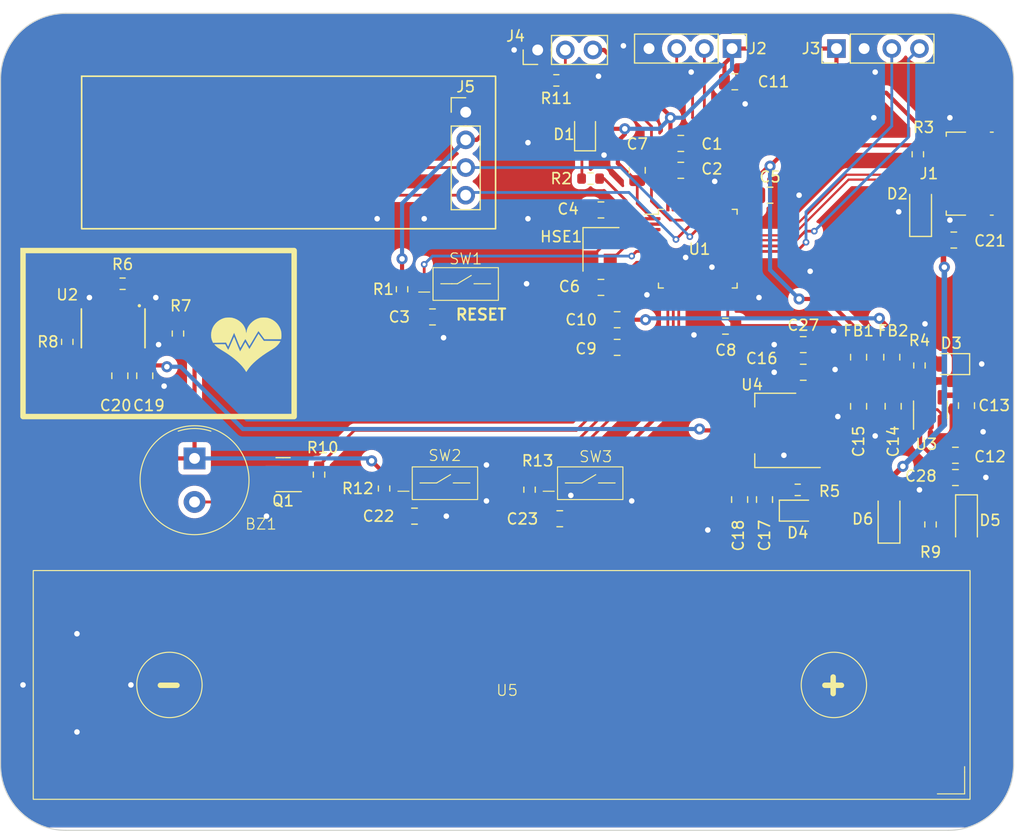
<source format=kicad_pcb>
(kicad_pcb (version 20221018) (generator pcbnew)
  (layers (0 "F.Cu" signal) (31 "B.Cu" signal) (34 "B.Paste" user) (35 "F.Paste" user) (36 "B.SilkS" user "B.Silkscreen") (37 "F.SilkS" user "F.Silkscreen") (38 "B.Mask" user) (39 "F.Mask" user) (44 "Edge.Cuts" user))
  (net 0 "")
  (net 1 "VCC")
  (net 2 "Net-(BZ1-+)")
  (net 3 "GND")
  (net 4 "/MCU/NRST")
  (net 5 "/MCU/HSE_IN")
  (net 6 "/MCU/HSE_OUT")
  (net 7 "VDDA")
  (net 8 "Net-(D5-K)")
  (net 9 "Net-(U3-BP)")
  (net 10 "+1V8")
  (net 11 "+5V")
  (net 12 "Net-(D1-K)")
  (net 13 "Net-(D2-A)")
  (net 14 "Net-(D3-A)")
  (net 15 "Net-(D4-A)")
  (net 16 "Net-(D5-A)")
  (net 17 "/MCU/USB-")
  (net 18 "/MCU/USB+")
  (net 20 "/MCU/SWDIO")
  (net 21 "/MCU/SWCLK")
  (net 22 "/MCU/RX")
  (net 23 "/MCU/TX")
  (net 24 "Net-(Q1-B)")
  (net 25 "/MCU/DEBUG_LED")
  (net 26 "/MCU/BT_1")
  (net 27 "/MCU/BT_2")
  (net 28 "Net-(U2-~{INT})")
  (net 29 "/MCU/BUZZER_EN")
  (net 51 "Net-(J4-Pin_2)")
  (net 52 "SCL")
  (net 53 "/MCU/BOOT0")
  (net 56 "SDA")
  (net 59 "Net-(U3-VOUT)")
  (footprint "Resistor_SMD:R_0603_1608Metric" (layer "F.Cu") (at 167.1665 90.17 180)
    (fp_text reference "R2")
    (fp_text value "150R")
  )
  (footprint "usini_sensors:logo_heartrate" (layer "F.Cu") (at 135.509 105.41)
    (fp_text reference "G***" hide)
    (fp_text value "LOGO" hide)
  )
  (footprint "Capacitor_SMD:C_0805_2012Metric" (layer "F.Cu") (at 151.003 121.158)
    (fp_text reference "C22")
    (fp_text value "100nF")
  )
  (footprint "Package_TO_SOT_SMD:SOT-223-3_TabPin2" (layer "F.Cu") (at 184.15 113.284 180)
    (fp_text reference "U4")
    (fp_text value "AMS1117-1.8")
  )
  (footprint "Resistor_SMD:R_0603_1608Metric" (layer "F.Cu") (at 161.565 118.728 -90)
    (fp_text reference "R13")
    (fp_text value "1k")
  )
  (footprint "Resistor_SMD:R_0603_1608Metric" (layer "F.Cu") (at 119.126 105.156 -90)
    (fp_text reference "R8")
    (fp_text value "1K")
  )
  (footprint "Diode_SMD:D_SOD-123F" (layer "F.Cu") (at 201.676 121.412 -90)
    (fp_text reference "D5")
    (fp_text value "1N4007")
  )
  (footprint "Capacitor_SMD:C_0805_2012Metric" (layer "F.Cu") (at 183.642 91.694)
    (fp_text reference "C5")
    (fp_text value "100nF")
  )
  (footprint "Capacitor_SMD:C_0805_2012Metric" (layer "F.Cu") (at 169.606 103.124 180)
    (fp_text reference "C10")
    (fp_text value "1uF")
  )
  (footprint "Capacitor_SMD:C_0805_2012Metric" (layer "F.Cu") (at 168.1195 100.159 180)
    (fp_text reference "C6")
    (fp_text value "15pF")
  )
  (footprint "Capacitor_SMD:C_0805_2012Metric" (layer "F.Cu") (at 186.69 105.41 180)
    (fp_text reference "C27")
    (fp_text value "10uF")
  )
  (footprint "Capacitor_SMD:C_0805_2012Metric" (layer "F.Cu") (at 191.77 106.564 -90)
    (fp_text reference "FB1")
    (fp_text value "0805")
  )
  (footprint "Resistor_SMD:R_0603_1608Metric" (layer "F.Cu") (at 186.182 118.745)
    (fp_text reference "R5")
    (fp_text value "1k")
  )
  (footprint "Capacitor_SMD:C_0805_2012Metric" (layer "F.Cu") (at 180.406 81.28)
    (fp_text reference "C11")
    (fp_text value "100nF")
  )
  (footprint "Capacitor_SMD:C_0805_2012Metric" (layer "F.Cu") (at 191.77 111.075001 -90)
    (fp_text reference "C15")
    (fp_text value "100nF")
  )
  (footprint "Capacitor_SMD:C_0805_2012Metric" (layer "F.Cu") (at 200.66 115.57)
    (fp_text reference "C12")
    (fp_text value "10uF/16V")
  )
  (footprint "Package_QFP:LQFP-48_7x7mm_P0.5mm" (layer "F.Cu") (at 177.0095 96.603)
    (fp_text reference "U1")
    (fp_text value "STM32F103C8T6")
  )
  (footprint "Resistor_SMD:R_0603_1608Metric" (layer "F.Cu") (at 124.206 99.822)
    (fp_text reference "R6")
    (fp_text value "1K")
  )
  (footprint "Capacitor_SMD:C_0805_2012Metric" (layer "F.Cu") (at 152.654 102.87)
    (fp_text reference "C3")
    (fp_text value "4.7nF")
  )
  (footprint "Capacitor_SMD:C_0805_2012Metric" (layer "F.Cu") (at 186.69 107.95 180)
    (fp_text reference "C16")
    (fp_text value "100nF")
  )
  (footprint "Crystal:Crystal_SMD_3225-4Pin_3.2x2.5mm" (layer "F.Cu") (at 168.1195 96.667 -90)
    (fp_text reference "HSE1")
    (fp_text value "8MHz")
  )
  (footprint "LED_SMD:LED_0805_2012Metric" (layer "F.Cu") (at 186.182 120.65)
    (fp_text reference "D4")
    (fp_text value "LED")
  )
  (footprint "LED_SMD:LED_0805_2012Metric" (layer "F.Cu") (at 200.279 107.199 180)
    (fp_text reference "D3")
    (fp_text value "LED")
  )
  (footprint "Capacitor_SMD:C_0805_2012Metric" (layer "F.Cu") (at 201.676 111.009 -90)
    (fp_text reference "C13")
    (fp_text value "100nF")
  )
  (footprint "Capacitor_SMD:C_0805_2012Metric" (layer "F.Cu") (at 175.448 86.944)
    (fp_text reference "C1")
    (fp_text value "4.7uF")
  )
  (footprint "Button_SMD:Button_3x6_SMD" (layer "F.Cu") (at 167.132 118.11)
    (fp_text reference "SW3")
    (fp_text value "BT2")
  )
  (footprint "Capacitor_SMD:C_0805_2012Metric" (layer "F.Cu") (at 164.338 121.395)
    (fp_text reference "C23")
    (fp_text value "100nF")
  )
  (footprint "Capacitor_SMD:C_0805_2012Metric" (layer "F.Cu") (at 179.5495 103.715 180)
    (fp_text reference "C8")
    (fp_text value "100nF")
  )
  (footprint "Capacitor_SMD:C_0805_2012Metric" (layer "F.Cu") (at 194.818 106.564 -90)
    (fp_text reference "FB2")
    (fp_text value "0805")
  )
  (footprint "Connector_PinHeader_2.54mm:PinHeader_1x04_P2.54mm_Vertical" (layer "F.Cu") (at 180.152 78.232 -90)
    (fp_text reference "J2")
    (fp_text value "Header_1x4")
  )
  (footprint "Capacitor_SMD:C_0805_2012Metric" (layer "F.Cu") (at 200.510998 95.810499)
    (fp_text reference "C21")
    (fp_text value "100nF")
  )
  (footprint "Resistor_SMD:R_0603_1608Metric" (layer "F.Cu") (at 129.286 104.394 90)
    (fp_text reference "R7")
    (fp_text value "1K")
  )
  (footprint "Capacitor_SMD:C_0805_2012Metric" (layer "F.Cu") (at 183.133999 119.634 -90)
    (fp_text reference "C17")
    (fp_text value "100nF")
  )
  (footprint "Capacitor_SMD:C_0805_2012Metric" (layer "F.Cu") (at 180.848 119.634 -90)
    (fp_text reference "C18")
    (fp_text value "10uF")
  )
  (footprint "Resistor_SMD:R_0603_1608Metric" (layer "F.Cu") (at 197.208998 87.9365 -90)
    (fp_text reference "R3")
    (fp_text value "4k7")
  )
  (footprint "Resistor_SMD:R_0603_1608Metric" (layer "F.Cu") (at 197.358 107.326 90)
    (fp_text reference "R4")
    (fp_text value "1k")
  )
  (footprint "Capacitor_SMD:C_0805_2012Metric" (layer "F.Cu") (at 200.66 117.613)
    (fp_text reference "C28")
    (fp_text value "100nF")
  )
  (footprint "Capacitor_SMD:C_0805_2012Metric" (layer "F.Cu") (at 175.448 89.408)
    (fp_text reference "C2")
    (fp_text value "100nF")
  )
  (footprint "Buzzer:Buzzer_9056_THT" (layer "F.Cu") (at 130.81 117.856 -90)
    (fp_text reference "BZ1")
    (fp_text value "Buzzer")
  )
  (footprint "Resistor_SMD:R_0603_1608Metric" (layer "F.Cu") (at 164.023 81.153 180)
    (fp_text reference "R11")
    (fp_text value "10k")
  )
  (footprint "Diode_SMD:D_SOD-123F" (layer "F.Cu") (at 197.462999 93.2705 90)
    (fp_text reference "D2")
    (fp_text value "B120-E3")
  )
  (footprint "Resistor_SMD:R_0603_1608Metric" (layer "F.Cu") (at 142.24 117.348 90)
    (fp_text reference "R10")
    (fp_text value "150R")
  )
  (footprint "Button_SMD:Button_3x6_SMD" (layer "F.Cu") (at 153.797 118.11)
    (fp_text reference "SW2")
    (fp_text value "BT1")
  )
  (footprint "Connector_PinHeader_2.54mm:PinHeader_1x03_P2.54mm_Vertical" (layer "F.Cu") (at 162.309 78.360001 90)
    (fp_text reference "J4")
    (fp_text value "Header_1x3")
  )
  (footprint "Capacitor_SMD:C_0805_2012Metric" (layer "F.Cu") (at 171.45 89.408 90)
    (fp_text reference "C7")
    (fp_text value "100nF")
  )
  (footprint "Capacitor_SMD:C_0805_2012Metric" (layer "F.Cu") (at 169.606 105.664 180)
    (fp_text reference "C9")
    (fp_text value "100nF")
  )
  (footprint "Capacitor_SMD:C_0805_2012Metric" (layer "F.Cu") (at 126.238 108.27 -90)
    (fp_text reference "C19")
    (fp_text value "10uF")
  )
  (footprint "18650_Holder_SMD:Holder_18650_SMD" (layer "F.Cu") (at 159.504 136.652 180)
    (fp_text reference "U5")
    (fp_text value "Batt_Holder")
  )
  (footprint "Connector_PinHeader_2.54mm:PinHeader_1x04_P2.54mm_Vertical" (layer "F.Cu") (at 189.738 78.232 90)
    (fp_text reference "J3")
    (fp_text value "Header_1x4")
  )
  (footprint "MAX30102EFD_:21-1048_F143A5&plus_1_MXM" (layer "F.Cu") (at 123.341222 103.914173 -90)
    (fp_text reference "U2")
    (fp_text value "MAX30102EFD_")
  )
  (footprint "Connector_PinHeader_2.54mm:PinHeader_1x04_P2.54mm_Vertical" (layer "F.Cu") (at 155.702 84.074)
    (fp_text reference "J5")
    (fp_text value "Header_1x4")
  )
  (footprint "LED_SMD:LED_0805_2012Metric" (layer "F.Cu") (at 166.6585 85.935 90)
    (fp_text reference "D1")
    (fp_text value "RED_LED")
  )
  (footprint "Resistor_SMD:R_0603_1608Metric" (layer "F.Cu") (at 198.374 121.92 -90)
    (fp_text reference "R9")
    (fp_text value "1k")
  )
  (footprint "Button_SMD:Button_3x6_SMD" (layer "F.Cu") (at 155.702 99.822)
    (fp_text reference "SW1")
    (fp_text value "RESET")
  )
  (footprint "Resistor_SMD:R_0603_1608Metric" (layer "F.Cu") (at 148.209 118.618 -90)
    (fp_text reference "R12")
    (fp_text value "1k")
  )
  (footprint "Package_TO_SOT_SMD:SOT-23" (layer "F.Cu") (at 138.938 117.348 180)
    (fp_text reference "Q1")
    (fp_text value "2SC1815")
  )
  (footprint "Capacitor_SMD:C_0805_2012Metric" (layer "F.Cu") (at 123.952002 108.269999 -90)
    (fp_text reference "C20")
    (fp_text value "100n")
  )
  (footprint "Capacitor_SMD:C_0805_2012Metric" (layer "F.Cu") (at 168.1195 93.047)
    (fp_text reference "C4")
    (fp_text value "15pF")
  )
  (footprint "Package_TO_SOT_SMD:SOT-23-5" (layer "F.Cu") (at 198.374 111.3845 90)
    (fp_text reference "U3")
    (fp_text value "RT9193-33GB")
  )
  (footprint "Capacitor_SMD:C_0805_2012Metric" (layer "F.Cu") (at 194.945 111.07 -90)
    (fp_text reference "C14")
    (fp_text value "22uF/16V")
  )
  (footprint "Resistor_SMD:R_0603_1608Metric" (layer "F.Cu") (at 149.86 100.33 90)
    (fp_text reference "R1")
    (fp_text value "10k")
  )
  (footprint "Diode_SMD:D_SOD-123F" (layer "F.Cu") (at 194.564 121.423 90)
    (fp_text reference "D6")
    (fp_text value "1N4007")
  )
  (footprint "Connector_USB:USB_Micro-B_Molex_47346-0001" (layer "F.Cu") (at 201.527 89.7145 90)
    (fp_text reference "J1")
    (fp_text value "USB_B_Micro")
  )
  (gr_rect (start 115.062 96.774) (end 139.954 112.014) (stroke (width 0.5)) (fill none) (layer "F.SilkS"))
  (gr_rect (start 120.446 80.772) (end 158.446 94.772) (stroke (width 0.15)) (fill none) (layer "F.SilkS"))
  (gr_line locked (start 206 81) (end 206 144) (stroke (width 0.1)) (layer "Edge.Cuts"))
  (gr_arc locked (start 206 144) (mid 204.242641 148.242641) (end 200 150) (stroke (width 0.1)) (layer "Edge.Cuts"))
  (gr_line locked (start 113 144) (end 113 81) (stroke (width 0.1)) (layer "Edge.Cuts"))
  (gr_arc locked (start 113 81) (mid 114.757359 76.757359) (end 119 75) (stroke (width 0.1)) (layer "Edge.Cuts"))
  (gr_arc locked (start 199.999999 74.999999) (mid 204.242641 76.757358) (end 206 81) (stroke (width 0.1)) (layer "Edge.Cuts"))
  (gr_arc locked (start 119 150) (mid 114.757359 148.242641) (end 113 144) (stroke (width 0.1)) (layer "Edge.Cuts"))
  (gr_line locked (start 200 150) (end 119 150) (stroke (width 0.1)) (layer "Edge.Cuts"))
  (gr_line locked (start 119 75) (end 199.999999 74.999999) (stroke (width 0.1)) (layer "Edge.Cuts"))
  (gr_text "RESET" (at 154.686 103.251) (layer "F.SilkS") (effects (font (size 1.016 1.016) (thickness 0.2032) bold) (justify left bottom)))
  (segment (start 187.64 105.41) (end 187.64 107.95) (width 0.381) (layer "F.Cu") (net 1))
  (segment (start 182.692 89.85) (end 182.692 91.694) (width 0.381) (layer "F.Cu") (net 1))
  (segment (start 169.672 88.773) (end 171.257 90.358) (width 0.381) (layer "F.Cu") (net 1))
  (segment (start 118.935 105.981) (end 117.602 104.648) (width 0.254) (layer "F.Cu") (net 1))
  (segment (start 191.77 82.296) (end 189.738 80.264) (width 0.381) (layer "F.Cu") (net 1))
  (segment (start 160.02 124.206) (end 160.02 119.448) (width 0.381) (layer "F.Cu") (net 1))
  (segment (start 191.77 104.1945) (end 191.77 105.614) (width 0.381) (layer "F.Cu") (net 1))
  (segment (start 197.208998 85.194998) (end 194.31 82.296) (width 0.381) (layer "F.Cu") (net 1))
  (segment (start 182.692 93.025) (end 182.692 91.694) (width 0.25) (layer "F.Cu") (net 1))
  (segment (start 174.2595 89.6465) (end 174.498 89.408) (width 0.254) (layer "F.Cu") (net 1))
  (segment (start 165.862 124.206) (end 160.274 124.206) (width 0.381) (layer "F.Cu") (net 1))
  (segment (start 187.64 105.41) (end 185.945 103.715) (width 0.381) (layer "F.Cu") (net 1))
  (segment (start 181.864 93.853) (end 182.692 93.025) (width 0.25) (layer "F.Cu") (net 1))
  (segment (start 121.741223 105.107973) (end 121.741223 111.835223) (width 0.381) (layer "F.Cu") (net 1))
  (segment (start 166.6585 84.9975) (end 158.3345 84.9975) (width 0.381) (layer "F.Cu") (net 1))
  (segment (start 179.7595 102.975) (end 180.4995 103.715) (width 0.254) (layer "F.Cu") (net 1))
  (segment (start 146.304 119.698) (end 148.209 117.793) (width 0.381) (layer "F.Cu") (net 1))
  (segment (start 180.4995 103.715) (end 180.4995 104.4885) (width 0.381) (layer "F.Cu") (net 1))
  (segment (start 121.741223 111.835223) (end 125.762 115.856) (width 0.381) (layer "F.Cu") (net 1))
  (segment (start 149.86 99.505) (end 149.86 97.536) (width 0.381) (layer "F.Cu") (net 1))
  (segment (start 130.81 106.743) (end 130.81 115.856) (width 0.381) (layer "F.Cu") (net 1))
  (segment (start 119.126 105.981) (end 118.935 105.981) (width 0.254) (layer "F.Cu") (net 1))
  (segment (start 171.45 92.456) (end 171.45 90.358) (width 0.25) (layer "F.Cu") (net 1))
  (segment (start 129.286 105.219) (end 130.81 106.743) (width 0.381) (layer "F.Cu") (net 1))
  (segment (start 174.2595 92.4405) (end 174.2595 89.6465) (width 0.254) (layer "F.Cu") (net 1))
  (segment (start 117.602 104.648) (end 117.602 101.6) (width 0.254) (layer "F.Cu") (net 1))
  (segment (start 149.098 124.206) (end 146.304 121.412) (width 0.381) (layer "F.Cu") (net 1))
  (segment (start 183.642 89.027) (end 183.515 89.027) (width 0.381) (layer "F.Cu") (net 1))
  (segment (start 191.77 105.614) (end 187.844 105.614) (width 0.381) (layer "F.Cu") (net 1))
  (segment (start 121.741223 105.742973) (end 121.503196 105.981) (width 0.254) (layer "F.Cu") (net 1))
  (segment (start 179.456 79.624) (end 179.456 81.28) (width 0.381) (layer "F.Cu") (net 1))
  (segment (start 148.209 117.793) (end 148.209 117.221) (width 0.381) (layer "F.Cu") (net 1))
  (segment (start 185.945 103.715) (end 180.4995 103.715) (width 0.381) (layer "F.Cu") (net 1))
  (segment (start 181.172 93.853) (end 181.864 93.853) (width 0.25) (layer "F.Cu") (net 1))
  (segment (start 146.304 121.412) (end 146.304 119.698) (width 0.381) (layer "F.Cu") (net 1))
  (segment (start 122.541221 105.107973) (end 121.741223 105.107973) (width 0.254) (layer "F.Cu") (net 1))
  (segment (start 160.274 124.206) (end 149.098 124.206) (width 0.381) (layer "F.Cu") (net 1))
  (segment (start 179.7595 100.7655) (end 179.7595 102.975) (width 0.254) (layer "F.Cu") (net 1))
  (segment (start 125.762 115.856) (end 130.81 115.856) (width 0.381) (layer "F.Cu") (net 1))
  (segment (start 180.152 78.232) (end 180.152 78.928) (width 0.381) (layer "F.Cu") (net 1))
  (segment (start 121.503196 105.981) (end 119.126 105.981) (width 0.254) (layer "F.Cu") (net 1))
  (segment (start 170.307 85.598) (end 167.259 85.598) (width 0.381) (layer "F.Cu") (net 1))
  (segment (start 183.515 89.027) (end 182.692 89.85) (width 0.381) (layer "F.Cu") (net 1))
  (segment (start 197.208998 87.1115) (end 197.208998 85.194998) (width 0.381) (layer "F.Cu") (net 1))
  (segment (start 180.152 78.928) (end 179.456 79.624) (width 0.381) (layer "F.Cu") (net 1))
  (segment (start 121.741223 105.107973) (end 121.741223 105.742973) (width 0.254) (layer "F.Cu") (net 1))
  (segment (start 187.64 110.644) (end 187.3 110.984) (width 0.381) (layer "F.Cu") (net 1))
  (segment (start 160.02 119.448) (end 161.565 117.903) (width 0.381) (layer "F.Cu") (net 1))
  (segment (start 156.718 86.614) (end 155.702 86.614) (width 0.381) (layer "F.Cu") (net 1))
  (segment (start 194.31 82.296) (end 191.77 82.296) (width 0.381) (layer "F.Cu") (net 1))
  (segment (start 168.148 121.92) (end 165.862 124.206) (width 0.381) (layer "F.Cu") (net 1))
  (segment (start 117.602 101.6) (end 119.38 99.822) (width 0.254) (layer "F.Cu") (net 1))
  (segment (start 183.642 89.027) (end 185.5575 87.1115) (width 0.381) (layer "F.Cu") (net 1))
  (segment (start 168.403001 78.360001) (end 167.389 78.360001) (width 0.381) (layer "F.Cu") (net 1))
  (segment (start 172.847 93.853) (end 171.45 92.456) (width 0.25) (layer "F.Cu") (net 1))
  (segment (start 170.307 86.106) (end 169.672 86.741) (width 0.381) (layer "F.Cu") (net 1))
  (segment (start 180.4995 104.7425) (end 168.148 117.094) (width 0.381) (layer "F.Cu") (net 1))
  (segment (start 160.274 124.206) (end 160.02 124.206) (width 0.381) (layer "F.Cu") (net 1))
  (segment (start 180.4995 104.4885) (end 180.4995 104.7425) (width 0.381) (layer "F.Cu") (net 1))
  (segment (start 188.7945 101.219) (end 191.77 104.1945) (width 0.381) (layer "F.Cu") (net 1))
  (segment (start 169.672 86.741) (end 169.672 88.773) (width 0.381) (layer "F.Cu") (net 1))
  (segment (start 187.844 105.614) (end 187.64 105.41) (width 0.381) (layer "F.Cu") (net 1))
  (segment (start 174.498 86.944) (end 174.498 84.582) (width 0.381) (layer "F.Cu") (net 1))
  (segment (start 174.498 89.408) (end 174.498 86.944) (width 0.381) (layer "F.Cu") (net 1))
  (segment (start 186.309 101.219) (end 188.7945 101.219) (width 0.381) (layer "F.Cu") (net 1))
  (segment (start 189.738 78.232) (end 180.152 78.232) (width 0.381) (layer "F.Cu") (net 1))
  (segment (start 167.259 85.598) (end 166.6585 84.9975) (width 0.381) (layer "F.Cu") (net 1))
  (segment (start 119.38 99.822) (end 123.381 99.822) (width 0.254) (layer "F.Cu") (net 1))
  (segment (start 187.64 107.95) (end 187.64 110.644) (width 0.381) (layer "F.Cu") (net 1))
  (segment (start 148.209 117.221) (end 147.066 116.078) (width 0.381) (layer "F.Cu") (net 1))
  (segment (start 185.5575 87.1115) (end 197.208998 87.1115) (width 0.381) (layer "F.Cu") (net 1))
  (segment (start 189.738 80.264) (end 189.738 78.232) (width 0.381) (layer "F.Cu") (net 1))
  (segment (start 158.3345 84.9975) (end 156.718 86.614) (width 0.381) (layer "F.Cu") (net 1))
  (segment (start 168.148 117.094) (end 168.148 121.92) (width 0.381) (layer "F.Cu") (net 1))
  (segment (start 170.307 85.598) (end 170.307 86.106) (width 0.381) (layer "F.Cu") (net 1))
  (segment (start 171.257 90.358) (end 171.45 90.358) (width 0.381) (layer "F.Cu") (net 1))
  (segment (start 174.498 84.455) (end 168.403001 78.360001) (width 0.381) (layer "F.Cu") (net 1))
  (via (at 186.309 101.219) (size 1.016) (drill 0.508) (layers "F.Cu" "B.Cu") (net 1))
  (via (at 149.86 97.536) (size 1.016) (drill 0.508) (layers "F.Cu" "B.Cu") (net 1))
  (via (at 174.498 84.582) (size 1.016) (drill 0.508) (layers "F.Cu" "B.Cu") (net 1))
  (via (at 183.642 89.027) (size 1.016) (drill 0.508) (layers "F.Cu" "B.Cu") (net 1))
  (via (at 147.066 116.078) (size 1.016) (drill 0.508) (layers "F.Cu" "B.Cu") (net 1))
  (via (at 170.307 85.598) (size 1.016) (drill 0.508) (layers "F.Cu" "B.Cu") (net 1))
  (segment (start 146.844 115.856) (end 130.81 115.856) (width 0.381) (layer "B.Cu") (net 1))
  (segment (start 183.642 89.027) (end 183.642 98.552) (width 0.381) (layer "B.Cu") (net 1))
  (segment (start 175.641 84.582) (end 180.152 80.071) (width 0.381) (layer "B.Cu") (net 1))
  (segment (start 149.86 92.456) (end 155.702 86.614) (width 0.381) (layer "B.Cu") (net 1))
  (segment (start 173.482 85.598) (end 174.498 84.582) (width 0.381) (layer "B.Cu") (net 1))
  (segment (start 147.066 116.078) (end 146.844 115.856) (width 0.381) (layer "B.Cu") (net 1))
  (segment (start 180.152 80.071) (end 180.152 78.232) (width 0.381) (layer "B.Cu") (net 1))
  (segment (start 183.642 98.552) (end 186.309 101.219) (width 0.381) (layer "B.Cu") (net 1))
  (segment (start 149.86 97.536) (end 149.86 92.456) (width 0.381) (layer "B.Cu") (net 1))
  (segment (start 170.307 85.598) (end 173.482 85.598) (width 0.381) (layer "B.Cu") (net 1))
  (segment (start 174.498 84.582) (end 175.641 84.582) (width 0.381) (layer "B.Cu") (net 1))
  (segment (start 135.382 117.348) (end 132.874 119.856) (width 0.254) (layer "F.Cu") (net 2))
  (segment (start 138.0005 117.348) (end 135.382 117.348) (width 0.254) (layer "F.Cu") (net 2))
  (segment (start 132.874 119.856) (end 130.81 119.856) (width 0.254) (layer "F.Cu") (net 2))
  (segment (start 200.152 84.582) (end 200.406 84.328) (width 0.254) (layer "F.Cu") (net 3))
  (segment (start 203.454 113.665) (end 203.2 113.411) (width 0.254) (layer "F.Cu") (net 3))
  (segment (start 153.604 104.709) (end 153.67 104.775) (width 0.254) (layer "F.Cu") (net 3))
  (segment (start 189.865 112.014) (end 191.758999 112.014) (width 0.254) (layer "F.Cu") (net 3))
  (segment (start 202.727 90.8645) (end 202.727 88.1645) (width 0.254) (layer "F.Cu") (net 3))
  (segment (start 176.398 86.944) (end 177.241 86.944) (width 0.254) (layer "F.Cu") (net 3))
  (segment (start 202.727 94.544497) (end 202.727 93.0895) (width 0.254) (layer "F.Cu") (net 3))
  (segment (start 198.628 113.665) (end 202.946 113.665) (width 0.254) (layer "F.Cu") (net 3))
  (segment (start 162.307999 78.359) (end 162.309 78.360001) (width 0.254) (layer "F.Cu") (net 3))
  (segment (start 179.2595 100.7655) (end 179.2595 101.9185) (width 0.254) (layer "F.Cu") (net 3))
  (segment (start 202.727 93.0895) (end 202.727 90.8645) (width 0.254) (layer "F.Cu") (net 3))
  (segment (start 192.278 79.502) (end 193.167 80.391) (width 0.254) (layer "F.Cu") (net 3))
  (segment (start 115.062 136.652) (end 120.004 136.652) (width 0.25) (layer "F.Cu") (net 3))
  (segment (start 174.7595 92.4405) (end 174.7595 91.4325) (width 0.254) (layer "F.Cu") (net 3))
  (segment (start 157.607 116.459) (end 157.607 118.11) (width 0.254) (layer "F.Cu") (net 3))
  (segment (start 185.1785 120.584) (end 185.2445 120.65) (width 0.254) (layer "F.Cu") (net 3))
  (segment (start 193.294 113.792) (end 192.532 113.792) (width 0.254) (layer "F.Cu") (net 3))
  (segment (start 128.016 109.22) (end 126.238 109.22) (width 0.254) (layer "F.Cu") (net 3))
  (segment (start 120.004 136.652) (end 120.004 131.964) (width 0.25) (layer "F.Cu") (net 3))
  (segment (start 201.460998 95.810499) (end 202.727 94.544497) (width 0.254) (layer "F.Cu") (net 3))
  (segment (start 202.946 113.665) (end 203.2 113.411) (width 0.254) (layer "F.Cu") (net 3))
  (segment (start 168.9695 95.567) (end 168.9695 95.667) (width 0.254) (layer "F.Cu") (net 3))
  (segment (start 126.237999 109.219999) (end 126.238 109.22) (width 0.254) (layer "F.Cu") (net 3))
  (segment (start 174.7595 91.4325) (end 176.398 89.794) (width 0.254) (layer "F.Cu") (net 3))
  (segment (start 177.546 89.408) (end 178.562 90.424) (width 0.254) (layer "F.Cu") (net 3))
  (segment (start 200.406 84.328) (end 202.438 84.328) (width 0.254) (layer "F.Cu") (net 3))
  (segment (start 167.2695 100.059) (end 167.1695 100.159) (width 0.254) (layer "F.Cu") (net 3))
  (segment (start 201.2165 107.199) (end 203.062 107.199) (width 0.254) (layer "F.Cu") (net 3))
  (segment (start 167.2695 97.367) (end 167.2695 97.767) (width 0.254) (layer "F.Cu") (net 3))
  (segment (start 201.731 112.014) (end 201.676 111.959) (width 0.254) (layer "F.Cu") (net 3))
  (segment (start 147.574 93.853) (end 151.892 93.853) (width 0.25) (layer "F.Cu") (net 3))
  (segment (start 167.2695 97.767) (end 167.2695 100.059) (width 0.254) (layer "F.Cu") (net 3))
  (segment (start 199.39 93.218) (end 200.152 93.98) (width 0.254) (layer "F.Cu") (net 3))
  (segment (start 175.839 97.353) (end 172.847 97.353) (width 0.254) (layer "F.Cu") (net 3))
  (segment (start 197.866 103.505) (end 200.533 103.505) (width 0.254) (layer "F.Cu") (net 3))
  (segment (start 178.562 88.265) (end 178.562 90.424) (width 0.254) (layer "F.Cu") (net 3))
  (segment (start 203.454 117.602) (end 203.454 113.665) (width 0.254) (layer "F.Cu") (net 3))
  (segment (start 157.607 118.11) (end 157.607 119.761) (width 0.254) (layer "F.Cu") (net 3))
  (segment (start 168.656 105.664) (end 168.656 103.124) (width 0.25) (layer "F.Cu") (net 3))
  (segment (start 201.041 93.98) (end 201.460998 94.399998) (width 0.254) (layer "F.Cu") (net 3))
  (segment (start 157.607 119.761) (end 156.21 121.158) (width 0.254) (layer "F.Cu") (net 3))
  (segment (start 201.61 117.613) (end 203.443 117.613) (width 0.254) (layer "F.Cu") (net 3))
  (segment (start 184.023 105.41) (end 185.74 105.41) (width 0.254) (layer "F.Cu") (net 3))
  (segment (start 177.241 86.944) (end 178.562 88.265) (width 0.254) (layer "F.Cu") (net 3))
  (segment (start 193.167 80.391) (end 193.294 80.391) (width 0.254) (layer "F.Cu") (net 3))
  (segment (start 120.015 140.97) (end 120.004 140.959) (width 0.25) (layer "F.Cu") (net 3))
  (segment (start 203.2 112.014) (end 201.731 112.014) (width 0.254) (layer "F.Cu") (net 3))
  (segment (start 179.2595 99.2495) (end 179.2595 100.7655) (width 0.254) (layer "F.Cu") (net 3))
  (segment (start 183.269 94.353) (end 184.658 92.964) (width 0.254) (layer "F.Cu") (net 3))
  (segment (start 201.61 112.025) (end 201.676 111.959) (width 0.254) (layer "F.Cu") (net 3))
  (segment (start 176.657 104.521) (end 177.7935 104.521) (width 0.254) (layer "F.Cu") (net 3))
  (segment (start 160.147 78.359) (end 162.307999 78.359) (width 0.254) (layer "F.Cu") (net 3))
  (segment (start 179.771 120.584) (end 183.133999 120.584) (width 0.254) (layer "F.Cu") (net 3))
  (segment (start 197.866 103.505) (end 201.549 103.505) (width 0.254) (layer "F.Cu") (net 3))
  (segment (start 175.895 97.409) (end 175.839 97.353) (width 0.254) (layer "F.Cu") (net 3))
  (segment (start 187.286 115.57) (end 187.3 115.584) (width 0.254) (layer "F.Cu") (net 3))
  (segment (start 192.532 113.792) (end 191.77 113.03) (width 0.254) (layer "F.Cu") (net 3))
  (segment (start 201.61 115.57) (end 201.61 112.025) (width 0.254) (layer "F.Cu") (net 3))
  (segment (start 183.133999 120.584) (end 180.848 120.584) (width 0.254) (layer "F.Cu") (net 3))
  (segment (start 124.570247 106.172) (end 126.746 106.172) (width 0.254) (layer "F.Cu") (net 3))
  (segment (start 198.374 112.522) (end 198.374 113.411) (width 0.254) (layer "F.Cu") (net 3))
  (segment (start 170.18 77.978) (end 172.278 77.978) (width 0.254) (layer "F.Cu") (net 3))
  (segment (start 184.023 105.41) (end 184.023 107.95) (width 0.254) (layer "F.Cu") (net 3))
  (segment (start 124.14122 105.742973) (end 124.570247 106.172) (width 0.254) (layer "F.Cu") (net 3))
  (segment (start 120.004 140.959) (end 120.004 136.652) (width 0.25) (layer "F.Cu") (net 3))
  (segment (start 178.689 102.489) (end 178.689 103.6255) (width 0.254) (layer "F.Cu") (net 3))
  (segment (start 124.14122 105.107973) (end 124.14122 105.742973) (width 0.254) (layer "F.Cu") (net 3))
  (segment (start 200.152 93.98) (end 200.152 92.202) (width 0.254) (layer "F.Cu") (net 3))
  (segment (start 202.727 84.617) (end 202.727 86.3395) (width 0.254) (layer "F.Cu") (net 3))
  (segment (start 202.727 88.1645) (end 202.727 86.3395) (width 0.254) (layer "F.Cu") (net 3))
  (segment (start 122.125651 101.092) (end 123.341222 102.307571) (width 0.254) (layer "F.Cu") (net 3))
  (segment (start 167.1695 100.51725) (end 168.656 102.00375) (width 0.254) (layer "F.Cu") (net 3))
  (segment (start 203.073 105.029) (end 203.073 107.188) (width 0.254) (layer "F.Cu") (net 3))
  (segment (start 200.533 103.505) (end 201.460998 102.577002) (width 0.254) (layer "F.Cu") (net 3))
  (segment (start 153.604 102.87) (end 153.604 104.709) (width 0.254) (layer "F.Cu") (net 3))
  (segment (start 168.656 102.00375) (end 168.656 103.124) (width 0.254) (layer "F.Cu") (net 3))
  (segment (start 202.438 84.328) (end 202.727 84.617) (width 0.254) (layer "F.Cu") (net 3))
  (segment (start 168.9695 95.667) (end 167.2695 97.367) (width 0.254) (layer "F.Cu") (net 3))
  (segment (start 126.746 106.172) (end 127.508 105.41) (width 0.254) (layer "F.Cu") (net 3))
  (segment (start 191.77 113.03) (end 191.77 112.025001) (width 0.254) (layer "F.Cu") (net 3))
  (segment (start 123.341222 102.307571) (end 123.341222 102.720373) (width 0.254) (layer "F.Cu") (net 3))
  (segment (start 179.2595 101.9185) (end 178.689 102.489) (width 0.254) (layer "F.Cu") (net 3))
  (segment (start 203.062 107.199) (end 203.073 107.188) (width 0.254) (layer "F.Cu") (net 3))
  (segment (start 172.278 77.978) (end 172.532 78.232) (width 0.254) (layer "F.Cu") (net 3))
  (segment (start 200.152 87.227) (end 200.152 84.582) (width 0.254) (layer "F.Cu") (net 3))
  (segment (start 200.152 93.98) (end 201.041 93.98) (width 0.254) (layer "F.Cu") (net 3))
  (segment (start 201.549 103.505) (end 203.073 105.029) (width 0.254) (layer "F.Cu") (net 3))
  (segment (start 203.2 113.411) (end 203.2 112.014) (width 0.254) (layer "F.Cu") (net 3))
  (segment (start 177.7935 104.521) (end 178.5995 103.715) (width 0.254) (layer "F.Cu") (net 3))
  (segment (start 176.398 89.408) (end 176.398 86.944) (width 0.254) (layer "F.Cu") (net 3))
  (segment (start 194.945 113.157) (end 194.945 112.02) (width 0.254) (layer "F.Cu") (net 3))
  (segment (start 201.460998 102.577002) (end 201.460998 95.810499) (width 0.254) (layer "F.Cu") (net 3))
  (segment (start 193.294 113.792) (end 194.31 113.792) (width 0.254) (layer "F.Cu") (net 3))
  (segment (start 123.952002 109.219999) (end 126.237999 109.219999) (width 0.254) (layer "F.Cu") (net 3))
  (segment (start 181.356 81.28) (end 181.356 83.312) (width 0.254) (layer "F.Cu") (net 3))
  (segment (start 198.374 113.411) (end 198.628 113.665) (width 0.254) (layer "F.Cu") (net 3))
  (segment (start 153.924 121.158) (end 151.953 121.158) (width 0.254) (layer "F.Cu") (net 3))
  (segment (start 124.968 136.652) (end 120.004 136.652) (width 0.25) (layer "F.Cu") (net 3))
  (segment (start 195.453 93.218) (end 199.39 93.218) (width 0.254) (layer "F.Cu") (net 3))
  (segment (start 120.004 131.964) (end 120.015 131.953) (width 0.25) (layer "F.Cu") (net 3))
  (segment (start 194.31 113.792) (end 194.945 113.157) (width 0.254) (layer "F.Cu") (net 3))
  (segment (start 156.21 121.158) (end 153.924 121.158) (width 0.254) (layer "F.Cu") (net 3))
  (segment (start 201.460998 94.399998) (end 201.460998 95.810499) (width 0.254) (layer "F.Cu") (net 3))
  (segment (start 176.398 89.408) (end 177.546 89.408) (width 0.254) (layer "F.Cu") (net 3))
  (segment (start 184.023 107.95) (end 185.74 107.95) (width 0.254) (layer "F.Cu") (net 3))
  (segment (start 192.278 78.232) (end 192.278 79.502) (width 0.254) (layer "F.Cu") (net 3))
  (segment (start 177.927 122.428) (end 179.771 120.584) (width 0.254) (layer "F.Cu") (net 3))
  (segment (start 183.133999 120.584) (end 185.1785 120.584) (width 0.254) (layer "F.Cu") (net 3))
  (segment (start 186.309 91.694) (end 184.592 91.694) (width 0.254) (layer "F.Cu") (net 3))
  (segment (start 167.1695 100.159) (end 167.1695 100.51725) (width 0.254) (layer "F.Cu") (net 3))
  (segment (start 181.172 94.353) (end 183.269 94.353) (width 0.254) (layer "F.Cu") (net 3))
  (segment (start 184.658 92.964) (end 184.658 91.76) (width 0.254) (layer "F.Cu") (net 3))
  (segment (start 178.308 98.298) (end 179.2595 99.2495) (width 0.254) (layer "F.Cu") (net 3))
  (segment (start 203.443 117.613) (end 203.454 117.602) (width 0.254) (layer "F.Cu") (net 3))
  (segment (start 191.758999 112.014) (end 191.77 112.025001) (width 0.254) (layer "F.Cu") (net 3))
  (segment (start 121.158 101.092) (end 122.125651 101.092) (width 0.254) (layer "F.Cu") (net 3))
  (segment (start 184.912 115.57) (end 187.286 115.57) (width 0.254) (layer "F.Cu") (net 3))
  (segment (start 184.658 91.76) (end 184.592 91.694) (width 0.254) (layer "F.Cu") (net 3))
  (segment (start 178.689 103.6255) (end 178.5995 103.715) (width 0.254) (layer "F.Cu") (net 3))
  (segment (start 159.512 99.822) (end 161.29 99.822) (width 0.254) (layer "F.Cu") (net 3))
  (segment (start 176.398 89.794) (end 176.398 89.408) (width 0.254) (layer "F.Cu") (net 3))
  (via (at 193.294 113.792) (size 1.016) (drill 0.508) (layers "F.Cu" "B.Cu") (net 3))
  (via (at 168.402 88.011) (size 1.016) (drill 0.508) (layers "F.Cu" "B.Cu") (net 3))
  (via (at 187.325 98.679) (size 1.016) (drill 0.508) (layers "F.Cu" "B.Cu") (net 3))
  (via (at 127.254 101.092) (size 1.016) (drill 0.508) (layers "F.Cu" "B.Cu") (net 3))
  (via (at 189.484 104.14) (size 1.016) (drill 0.508) (layers "F.Cu" "B.Cu") (net 3))
  (via (at 161.417 86.868) (size 1.016) (drill 0.508) (layers "F.Cu" "B.Cu") (net 3))
  (via (at 181.356 83.312) (size 1.016) (drill 0.508) (layers "F.Cu" "B.Cu") (net 3))
  (via (at 157.607 116.459) (size 1.016) (drill 0.508) (layers "F.Cu" "B.Cu") (net 3))
  (via (at 200.152 84.582) (size 1.016) (drill 0.508) (layers "F.Cu" "B.Cu") (net 3))
  (via (at 184.023 105.41) (size 1.016) (drill 0.508) (layers "F.Cu" "B.Cu") (net 3))
  (via (at 203.454 117.602) (size 1.016) (drill 0.508) (layers "F.Cu" "B.Cu") (net 3))
  (via (at 200.152 93.98) (size 1.016) (drill 0.508) (layers "F.Cu" "B.Cu") (net 3))
  (via (at 203.073 107.188) (size 1.016) (drill 0.508) (layers "F.Cu" "B.Cu") (net 3))
  (via (at 120.015 131.953) (size 1.016) (drill 0.508) (layers "F.Cu" "B.Cu") (net 3))
  (via (at 127.508 105.41) (size 1.016) (drill 0.508) (layers "F.Cu" "B.Cu") (net 3))
  (via (at 157.607 119.761) (size 1.016) (drill 0.508) (layers "F.Cu" "B.Cu") (net 3))
  (via (at 137.414 121.158) (size 1.016) (drill 0.508) (layers "F.Cu" "B.Cu") (net 3))
  (via (at 197.866 103.505) (size 1.016) (drill 0.508) (layers "F.Cu" "B.Cu") (net 3))
  (via (at 124.968 136.652) (size 1.016) (drill 0.508) (layers "F.Cu" "B.Cu") (net 3))
  (via (at 195.453 93.218) (size 1.016) (drill 0.508) (layers "F.Cu" "B.Cu") (net 3))
  (via (at 186.309 91.694) (size 1.016) (drill 0.508) (layers "F.Cu" "B.Cu") (net 3))
  (via (at 176.403 80.391) (size 1.016) (drill 0.508) (layers "F.Cu" "B.Cu") (net 3))
  (via (at 115.062 136.652) (size 1.016) (drill 0.508) (layers "F.Cu" "B.Cu") (net 3))
  (via (at 161.29 99.822) (size 1.016) (drill 0.508) (layers "F.Cu" "B.Cu") (net 3))
  (via (at 189.611 107.696) (size 1.016) (drill 0.508) (layers "F.Cu" "B.Cu") (net 3))
  (via (at 165.354 119.253) (size 1.016) (drill 0.508) (layers "F.Cu" "B.Cu") (net 3))
  (via (at 175.895 97.409) (size 1.016) (drill 0.508) (layers "F.Cu" "B.Cu") (net 3))
  (via (at 178.308 98.298) (size 1.016) (drill 0.508) (layers "F.Cu" "B.Cu") (net 3))
  (via (at 121.158 101.092) (size 1.016) (drill 0.508) (layers "F.Cu" "B.Cu") (net 3))
  (via (at 151.892 93.853) (size 1.016) (drill 0.508) (layers "F.Cu" "B.Cu") (net 3))
  (via (at 170.18 77.978) (size 1.016) (drill 0.508) (layers "F.Cu" "B.Cu") (net 3))
  (via (at 197.358 118.745) (size 1.016) (drill 0.508) (layers "F.Cu" "B.Cu") (net 3))
  (via (at 153.924 121.158) (size 1.016) (drill 0.508) (layers "F.Cu" "B.Cu") (net 3))
  (via (at 128.016 109.22) (size 1.016) (drill 0.508) (layers "F.Cu" "B.Cu") (net 3))
  (via (at 161.417 93.853) (size 1.016) (drill 0.508) (layers "F.Cu" "B.Cu") (net 3))
  (via (at 182.626 101.092) (size 1.016) (drill 0.508) (layers "F.Cu" "B.Cu") (net 3))
  (via (at 184.912 115.57) (size 1.016) (drill 0.508) (layers "F.Cu" "B.Cu") (net 3))
  (via (at 177.927 122.428) (size 1.016) (drill 0.508) (layers "F.Cu" "B.Cu") (net 3))
  (via (at 167.894 80.772) (size 1.016) (drill 0.508) (layers "F.Cu" "B.Cu") (net 3))
  (via (at 172.339 100.838) (size 1.016) (drill 0.508) (layers "F.Cu" "B.Cu") (net 3))
  (via (at 147.574 93.853) (size 1.016) (drill 0.508) (layers "F.Cu" "B.Cu") (net 3))
  (via (at 178.562 90.424) (size 1.016) (drill 0.508) (layers "F.Cu" "B.Cu") (net 3))
  (via (at 120.015 140.97) (size 1.016) (drill 0.508) (layers "F.Cu" "B.Cu") (net 3))
  (via (at 193.167 84.582) (size 1.016) (drill 0.508) (layers "F.Cu" "B.Cu") (net 3))
  (via (at 193.294 80.391) (size 1.016) (drill 0.508) (layers "F.Cu" "B.Cu") (net 3))
  (via (at 203.2 113.411) (size 1.016) (drill 0.508) (layers "F.Cu" "B.Cu") (net 3))
  (via (at 189.865 112.014) (size 1.016) (drill 0.508) (layers "F.Cu" "B.Cu") (net 3))
  (via (at 160.147 78.359) (size 1.016) (drill 0.508) (layers "F.Cu" "B.Cu") (net 3))
  (via (at 176.657 104.521) (size 1.016) (drill 0.508) (layers "F.Cu" "B.Cu") (net 3))
  (via (at 153.67 104.775) (size 1.016) (drill 0.508) (layers "F.Cu" "B.Cu") (net 3))
  (via (at 170.942 119.761) (size 1.016) (drill 0.508) (layers "F.Cu" "B.Cu") (net 3))
  (via (at 184.023 107.95) (size 1.016) (drill 0.508) (layers "F.Cu" "B.Cu") (net 3))
  (segment (start 169.992 80.772) (end 172.532 78.232) (width 0.25) (layer "B.Cu") (net 3))
  (segment (start 193.167 84.582) (end 193.294 84.455) (width 0.25) (layer "B.Cu") (net 3))
  (segment (start 193.294 84.455) (end 193.294 80.391) (width 0.25) (layer "B.Cu") (net 3))
  (segment (start 165.354 119.253) (end 158.115 119.253) (width 0.254) (layer "B.Cu") (net 3))
  (segment (start 175.895 97.409) (end 178.562 94.742) (width 0.254) (layer "B.Cu") (net 3))
  (segment (start 184.023 109.347) (end 184.023 107.95) (width 0.254) (layer "B.Cu") (net 3))
  (segment (start 183.896 108.077) (end 184.023 107.95) (width 0.254) (layer "B.Cu") (net 3))
  (segment (start 189.865 112.014) (end 186.69 112.014) (width 0.254) (layer "B.Cu") (net 3))
  (segment (start 170.942 119.761) (end 165.862 119.761) (width 0.254) (layer "B.Cu") (net 3))
  (segment (start 158.115 119.253) (end 157.607 119.761) (width 0.254) (layer "B.Cu") (net 3))
  (segment (start 177.546 105.41) (end 176.657 104.521) (width 0.254) (layer "B.Cu") (net 3))
  (segment (start 162.56 80.772) (end 167.894 80.772) (width 0.254) (layer "B.Cu") (net 3))
  (segment (start 178.562 90.424) (end 178.562 86.106) (width 0.254) (layer "B.Cu") (net 3))
  (segment (start 183.896 114.554) (end 183.896 108.077) (width 0.254) (layer "B.Cu") (net 3))
  (segment (start 184.912 115.57) (end 183.896 114.554) (width 0.254) (layer "B.Cu") (net 3))
  (segment (start 121.158 101.092) (end 127.254 101.092) (width 0.254) (layer "B.Cu") (net 3))
  (segment (start 186.309 88.265) (end 186.309 91.694) (width 0.254) (layer "B.Cu") (net 3))
  (segment (start 167.894 80.772) (end 169.992 80.772) (width 0.25) (layer "B.Cu") (net 3))
  (segment (start 167.894 80.772) (end 165.862 82.804) (width 0.25) (layer "B.Cu") (net 3))
  (segment (start 160.147 78.359) (end 162.56 80.772) (width 0.254) (layer "B.Cu") (net 3))
  (segment (start 137.414 121.158) (end 153.924 121.158) (width 0.254) (layer "B.Cu") (net 3))
  (segment (start 162.56 82.804) (end 161.417 83.947) (width 0.25) (layer "B.Cu") (net 3))
  (segment (start 127.254 105.156) (end 127.508 105.41) (width 0.254) (layer "B.Cu") (net 3))
  (segment (start 178.562 86.106) (end 181.356 83.312) (width 0.254) (layer "B.Cu") (net 3))
  (segment (start 193.294 113.792) (end 197.866 109.22) (width 0.254) (layer "B.Cu") (net 3))
  (segment (start 189.484 104.14) (end 189.611 104.267) (width 0.25) (layer "B.Cu") (net 3))
  (segment (start 197.866 109.22) (end 197.866 103.505) (width 0.254) (layer "B.Cu") (net 3))
  (segment (start 161.417 83.947) (end 161.417 86.868) (width 0.25) (layer "B.Cu") (net 3))
  (segment (start 178.562 94.742) (end 178.562 90.424) (width 0.254) (layer "B.Cu") (net 3))
  (segment (start 165.862 82.804) (end 162.56 82.804) (width 0.25) (layer "B.Cu") (net 3))
  (segment (start 189.611 104.267) (end 189.611 107.696) (width 0.25) (layer "B.Cu") (net 3))
  (segment (start 165.862 119.761) (end 165.354 119.253) (width 0.254) (layer "B.Cu") (net 3))
  (segment (start 127.254 101.092) (end 127.254 105.156) (width 0.254) (layer "B.Cu") (net 3))
  (segment (start 186.69 112.014) (end 184.023 109.347) (width 0.254) (layer "B.Cu") (net 3))
  (segment (start 181.356 83.312) (end 186.309 88.265) (width 0.254) (layer "B.Cu") (net 3))
  (segment (start 184.023 105.41) (end 177.546 105.41) (width 0.254) (layer "B.Cu") (net 3))
  (segment (start 151.704 102.87) (end 150.622 102.87) (width 0.254) (layer "F.Cu") (net 4))
  (segment (start 151.321 101.155) (end 149.86 101.155) (width 0.254) (layer "F.Cu") (net 4))
  (segment (start 150.622 102.87) (end 149.86 102.108) (width 0.254) (layer "F.Cu") (net 4))
  (segment (start 149.86 102.108) (end 149.86 101.155) (width 0.254) (layer "F.Cu") (net 4))
  (segment (start 171.371 96.853) (end 172.847 96.853) (width 0.254) (layer "F.Cu") (net 4))
  (segment (start 151.892 99.822) (end 151.892 98.044) (width 0.254) (layer "F.Cu") (net 4))
  (segment (start 151.892 100.584) (end 151.321 101.155) (width 0.254) (layer "F.Cu") (net 4))
  (segment (start 151.892 99.822) (end 151.892 100.584) (width 0.254) (layer "F.Cu") (net 4))
  (segment (start 170.942 97.282) (end 171.371 96.853) (width 0.254) (layer "F.Cu") (net 4))
  (via (at 151.892 98.044) (size 0.6096) (drill 0.3048) (layers "F.Cu" "B.Cu") (net 4))
  (via (at 170.942 97.282) (size 0.6096) (drill 0.3048) (layers "F.Cu" "B.Cu") (net 4))
  (segment (start 152.654 97.282) (end 170.942 97.282) (width 0.254) (layer "B.Cu") (net 4))
  (segment (start 151.892 98.044) (end 152.654 97.282) (width 0.254) (layer "B.Cu") (net 4))
  (segment (start 167.2695 93.147) (end 167.2695 95.567) (width 0.254) (layer "F.Cu") (net 5))
  (segment (start 167.1695 93.047) (end 167.2695 93.147) (width 0.254) (layer "F.Cu") (net 5))
  (segment (start 168.4835 94.361) (end 169.799 94.361) (width 0.254) (layer "F.Cu") (net 5))
  (segment (start 171.291 95.853) (end 172.847 95.853) (width 0.254) (layer "F.Cu") (net 5))
  (segment (start 169.799 94.361) (end 171.291 95.853) (width 0.254) (layer "F.Cu") (net 5))
  (segment (start 167.1695 93.047) (end 168.4835 94.361) (width 0.254) (layer "F.Cu") (net 5))
  (segment (start 168.9695 97.767) (end 170.3835 96.353) (width 0.254) (layer "F.Cu") (net 6))
  (segment (start 168.9695 100.059) (end 169.0695 100.159) (width 0.254) (layer "F.Cu") (net 6))
  (segment (start 168.9695 97.767) (end 168.9695 100.059) (width 0.254) (layer "F.Cu") (net 6))
  (segment (start 170.3835 96.353) (end 172.847 96.353) (width 0.254) (layer "F.Cu") (net 6))
  (segment (start 194.818 104.14) (end 194.818 105.614) (width 0.381) (layer "F.Cu") (net 7))
  (segment (start 172.847 97.853) (end 171.387 97.853) (width 0.254) (layer "F.Cu") (net 7))
  (segment (start 170.556 98.684) (end 170.556 103.124) (width 0.254) (layer "F.Cu") (net 7))
  (segment (start 170.556 105.664) (end 170.556 103.124) (width 0.381) (layer "F.Cu") (net 7))
  (segment (start 171.387 97.853) (end 170.556 98.684) (width 0.254) (layer "F.Cu") (net 7))
  (segment (start 193.675 102.997) (end 194.818 104.14) (width 0.381) (layer "F.Cu") (net 7))
  (segment (start 170.556 103.124) (end 172.212 103.124) (width 0.381) (layer "F.Cu") (net 7))
  (via (at 193.675 102.997) (size 1.016) (drill 0.508) (layers "F.Cu" "B.Cu") (net 7))
  (via (at 172.212 103.124) (size 1.016) (drill 0.508) (layers "F.Cu" "B.Cu") (net 7))
  (segment (start 172.339 102.997) (end 172.212 103.124) (width 0.381) (layer "B.Cu") (net 7))
  (segment (start 193.675 102.997) (end 172.339 102.997) (width 0.381) (layer "B.Cu") (net 7))
  (segment (start 197.04 121.095) (end 198.374 121.095) (width 0.381) (layer "F.Cu") (net 8))
  (segment (start 194.564 122.823) (end 195.312 122.823) (width 0.381) (layer "F.Cu") (net 8))
  (segment (start 200.593 121.095) (end 201.676 120.012) (width 0.381) (layer "F.Cu") (net 8))
  (segment (start 198.374 121.095) (end 200.593 121.095) (width 0.381) (layer "F.Cu") (net 8))
  (segment (start 197.739 111.379) (end 197.424 111.694) (width 0.254) (layer "F.Cu") (net 8))
  (segment (start 200.784 120.012) (end 201.676 120.012) (width 0.381) (layer "F.Cu") (net 8))
  (segment (start 197.424 111.694) (end 197.424 112.522) (width 0.254) (layer "F.Cu") (net 8))
  (segment (start 195.312 122.823) (end 197.04 121.095) (width 0.381) (layer "F.Cu") (net 8))
  (segment (start 197.424 114.493) (end 198.501 115.57) (width 0.381) (layer "F.Cu") (net 8))
  (segment (start 199.009 111.379) (end 197.739 111.379) (width 0.254) (layer "F.Cu") (net 8))
  (segment (start 198.501 115.57) (end 199.71 115.57) (width 0.381) (layer "F.Cu") (net 8))
  (segment (start 199.71 117.613) (end 199.71 118.938) (width 0.381) (layer "F.Cu") (net 8))
  (segment (start 199.71 115.57) (end 199.71 117.613) (width 0.381) (layer "F.Cu") (net 8))
  (segment (start 199.324 112.522) (end 199.324 111.694) (width 0.254) (layer "F.Cu") (net 8))
  (segment (start 199.324 111.694) (end 199.009 111.379) (width 0.254) (layer "F.Cu") (net 8))
  (segment (start 199.71 118.938) (end 200.784 120.012) (width 0.381) (layer "F.Cu") (net 8))
  (segment (start 197.424 112.522) (end 197.424 114.493) (width 0.381) (layer "F.Cu") (net 8))
  (segment (start 201.676 110.059) (end 199.512 110.059) (width 0.508) (layer "F.Cu") (net 9))
  (segment (start 199.512 110.059) (end 199.324 110.247) (width 0.508) (layer "F.Cu") (net 9))
  (segment (start 185.296 118.684) (end 185.357 118.745) (width 0.381) (layer "F.Cu") (net 10))
  (segment (start 181 118.532) (end 180.848 118.684) (width 0.381) (layer "F.Cu") (net 10))
  (segment (start 126.238 107.32) (end 128.148 107.32) (width 0.381) (layer "F.Cu") (net 10))
  (segment (start 180.848 118.684) (end 183.133999 118.684) (width 0.381) (layer "F.Cu") (net 10))
  (segment (start 123.341222 106.709219) (end 123.952002 107.319999) (width 0.254) (layer "F.Cu") (net 10))
  (segment (start 187.3 113.284) (end 181 113.284) (width 0.381) (layer "F.Cu") (net 10))
  (segment (start 177.292 113.284) (end 181 113.284) (width 0.381) (layer "F.Cu") (net 10))
  (segment (start 123.952003 107.32) (end 123.952002 107.319999) (width 0.381) (layer "F.Cu") (net 10))
  (segment (start 123.341222 105.107973) (end 123.341222 106.709219) (width 0.254) (layer "F.Cu") (net 10))
  (segment (start 126.238 107.32) (end 123.952003 107.32) (width 0.381) (layer "F.Cu") (net 10))
  (segment (start 128.148 107.32) (end 128.27 107.442) (width 0.381) (layer "F.Cu") (net 10))
  (segment (start 181 113.284) (end 181 118.532) (width 0.381) (layer "F.Cu") (net 10))
  (segment (start 177.165 113.157) (end 177.292 113.284) (width 0.381) (layer "F.Cu") (net 10))
  (segment (start 183.133999 118.684) (end 185.296 118.684) (width 0.381) (layer "F.Cu") (net 10))
  (via (at 128.27 107.442) (size 1.016) (drill 0.508) (layers "F.Cu" "B.Cu") (net 10))
  (via (at 177.165 113.157) (size 1.016) (drill 0.508) (layers "F.Cu" "B.Cu") (net 10))
  (segment (start 128.27 107.442) (end 129.54 107.442) (width 0.381) (layer "B.Cu") (net 10))
  (segment (start 129.54 107.442) (end 135.255 113.157) (width 0.381) (layer "B.Cu") (net 10))
  (segment (start 135.255 113.157) (end 177.165 113.157) (width 0.381) (layer "B.Cu") (net 10))
  (segment (start 194.564 120.023) (end 194.564 117.856) (width 0.508) (layer "F.Cu") (net 11))
  (segment (start 199.560998 95.810499) (end 198.602998 95.810499) (width 0.508) (layer "F.Cu") (net 11))
  (segment (start 199.560998 95.810499) (end 199.560998 98.214998) (width 0.508) (layer "F.Cu") (net 11))
  (segment (start 198.602998 95.810499) (end 197.462999 94.6705) (width 0.508) (layer "F.Cu") (net 11))
  (segment (start 194.564 117.856) (end 195.834 116.586) (width 0.508) (layer "F.Cu") (net 11))
  (segment (start 199.560998 98.214998) (end 199.644 98.298) (width 0.508) (layer "F.Cu") (net 11))
  (via (at 199.644 98.298) (size 1.016) (drill 0.508) (layers "F.Cu" "B.Cu") (net 11))
  (via (at 195.834 116.586) (size 1.016) (drill 0.508) (layers "F.Cu" "B.Cu") (net 11))
  (segment (start 199.644 112.776) (end 199.644 98.298) (width 0.508) (layer "B.Cu") (net 11))
  (segment (start 195.834 116.586) (end 199.644 112.776) (width 0.508) (layer "B.Cu") (net 11))
  (segment (start 166.6585 86.8725) (end 166.37 87.161) (width 0.254) (layer "F.Cu") (net 12))
  (segment (start 166.37 90.1415) (end 166.3415 90.17) (width 0.254) (layer "F.Cu") (net 12))
  (segment (start 166.37 87.161) (end 166.37 90.1415) (width 0.254) (layer "F.Cu") (net 12))
  (segment (start 198.318999 91.0145) (end 200.067 91.0145) (width 0.381) (layer "F.Cu") (net 13))
  (segment (start 197.462999 91.8705) (end 198.318999 91.0145) (width 0.381) (layer "F.Cu") (net 13))
  (segment (start 198.6435 106.501) (end 199.3415 107.199) (width 0.508) (layer "F.Cu") (net 14))
  (segment (start 197.358 106.501) (end 198.6435 106.501) (width 0.508) (layer "F.Cu") (net 14))
  (segment (start 187.007 118.745) (end 187.007 120.5375) (width 0.254) (layer "F.Cu") (net 15))
  (segment (start 187.007 120.5375) (end 187.1195 120.65) (width 0.254) (layer "F.Cu") (net 15))
  (segment (start 198.004 126.484) (end 201.676 122.812) (width 0.508) (layer "F.Cu") (net 16))
  (segment (start 198.374 122.745) (end 201.609 122.745) (width 0.508) (layer "F.Cu") (net 16))
  (segment (start 201.609 122.745) (end 201.676 122.812) (width 0.508) (layer "F.Cu") (net 16))
  (segment (start 198.004 136.652) (end 198.004 126.484) (width 0.508) (layer "F.Cu") (net 16))
  (segment (start 190.8507 90.2645) (end 198.931999 90.2645) (width 0.2) (layer "F.Cu") (net 17))
  (segment (start 185.2872 95.828) (end 190.8507 90.2645) (width 0.2) (layer "F.Cu") (net 17))
  (segment (start 181.172 95.853) (end 182.278251 95.853) (width 0.2) (layer "F.Cu") (net 17))
  (segment (start 199.031999 90.3645) (end 200.067 90.3645) (width 0.2) (layer "F.Cu") (net 17))
  (segment (start 182.303251 95.828) (end 185.2872 95.828) (width 0.2) (layer "F.Cu") (net 17))
  (segment (start 198.931999 90.2645) (end 199.031999 90.3645) (width 0.2) (layer "F.Cu") (net 17))
  (segment (start 182.278251 95.853) (end 182.303251 95.828) (width 0.2) (layer "F.Cu") (net 17))
  (segment (start 185.1008 95.378) (end 190.6643 89.8145) (width 0.2) (layer "F.Cu") (net 18))
  (segment (start 197.208998 88.7615) (end 197.208998 89.709502) (width 0.2) (layer "F.Cu") (net 18))
  (segment (start 197.104 89.8145) (end 198.931999 89.8145) (width 0.2) (layer "F.Cu") (net 18))
  (segment (start 182.278251 95.353) (end 182.303251 95.378) (width 0.2) (layer "F.Cu") (net 18))
  (segment (start 199.031999 89.7145) (end 200.067 89.7145) (width 0.2) (layer "F.Cu") (net 18))
  (segment (start 197.208998 89.709502) (end 197.104 89.8145) (width 0.2) (layer "F.Cu") (net 18))
  (segment (start 182.303251 95.378) (end 185.1008 95.378) (width 0.2) (layer "F.Cu") (net 18))
  (segment (start 198.931999 89.8145) (end 199.031999 89.7145) (width 0.2) (layer "F.Cu") (net 18))
  (segment (start 190.6643 89.8145) (end 197.104 89.8145) (width 0.2) (layer "F.Cu") (net 18))
  (segment (start 181.172 95.353) (end 182.278251 95.353) (width 0.2) (layer "F.Cu") (net 18))
  (segment (start 180.1075 94.594514) (end 180.1075 93.4505) (width 0.254) (layer "F.Cu") (net 20))
  (segment (start 180.365986 94.853) (end 180.1075 94.594514) (width 0.254) (layer "F.Cu") (net 20))
  (segment (start 180.594 92.964) (end 180.594 87.376) (width 0.254) (layer "F.Cu") (net 20))
  (segment (start 181.172 94.853) (end 180.365986 94.853) (width 0.254) (layer "F.Cu") (net 20))
  (segment (start 180.1075 93.4505) (end 180.594 92.964) (width 0.254) (layer "F.Cu") (net 20))
  (segment (start 177.612 84.394) (end 177.612 78.232) (width 0.254) (layer "F.Cu") (net 20))
  (segment (start 180.594 87.376) (end 177.612 84.394) (width 0.254) (layer "F.Cu") (net 20))
  (segment (start 176.53 82.296) (end 175.072 80.838) (width 0.254) (layer "F.Cu") (net 21))
  (segment (start 179.7595 87.8115) (end 176.53 84.582) (width 0.254) (layer "F.Cu") (net 21))
  (segment (start 175.072 80.838) (end 175.072 78.232) (width 0.254) (layer "F.Cu") (net 21))
  (segment (start 176.53 84.582) (end 176.53 82.296) (width 0.254) (layer "F.Cu") (net 21))
  (segment (start 179.7595 92.4405) (end 179.7595 87.8115) (width 0.254) (layer "F.Cu") (net 21))
  (segment (start 186.944 96.012) (end 186.103 96.853) (width 0.254) (layer "F.Cu") (net 22))
  (segment (start 186.103 96.853) (end 181.172 96.853) (width 0.254) (layer "F.Cu") (net 22))
  (via (at 186.944 96.012) (size 0.6096) (drill 0.3048) (layers "F.Cu" "B.Cu") (net 22))
  (segment (start 194.818 85.344) (end 194.818 78.232) (width 0.254) (layer "B.Cu") (net 22))
  (segment (start 186.944 96.012) (end 186.944 93.218) (width 0.254) (layer "B.Cu") (net 22))
  (segment (start 186.944 93.218) (end 194.818 85.344) (width 0.254) (layer "B.Cu") (net 22))
  (segment (start 185.521249 96.353) (end 181.172 96.353) (width 0.254) (layer "F.Cu") (net 23))
  (segment (start 187.706 94.996) (end 186.878249 94.996) (width 0.254) (layer "F.Cu") (net 23))
  (segment (start 186.878249 94.996) (end 185.521249 96.353) (width 0.254) (layer "F.Cu") (net 23))
  (via (at 187.706 94.996) (size 0.6096) (drill 0.3048) (layers "F.Cu" "B.Cu") (net 23))
  (segment (start 187.706 94.996) (end 196.342 86.36) (width 0.254) (layer "B.Cu") (net 23))
  (segment (start 196.342 86.36) (end 196.342 79.248) (width 0.254) (layer "B.Cu") (net 23))
  (segment (start 196.342 79.248) (end 197.358 78.232) (width 0.254) (layer "B.Cu") (net 23))
  (segment (start 142.115 118.298) (end 142.24 118.173) (width 0.254) (layer "F.Cu") (net 24))
  (segment (start 139.8755 118.298) (end 142.115 118.298) (width 0.254) (layer "F.Cu") (net 24))
  (segment (start 172.040986 94.353) (end 170.434 92.746014) (width 0.254) (layer "F.Cu") (net 25))
  (segment (start 172.847 94.353) (end 172.040986 94.353) (width 0.254) (layer "F.Cu") (net 25))
  (segment (start 170.434 92.746014) (end 170.434 92.202) (width 0.254) (layer "F.Cu") (net 25))
  (segment (start 170.434 92.202) (end 168.402 90.17) (width 0.254) (layer "F.Cu") (net 25))
  (segment (start 168.402 90.17) (end 167.9915 90.17) (width 0.254) (layer "F.Cu") (net 25))
  (segment (start 149.098 121.158) (end 150.053 121.158) (width 0.254) (layer "F.Cu") (net 26))
  (segment (start 174.7595 105.4025) (end 166.116 114.046) (width 0.254) (layer "F.Cu") (net 26))
  (segment (start 149.987 121.092) (end 150.053 121.158) (width 0.254) (layer "F.Cu") (net 26))
  (segment (start 149.987 118.11) (end 149.987 121.092) (width 0.254) (layer "F.Cu") (net 26))
  (segment (start 148.209 119.443) (end 148.209 120.269) (width 0.254) (layer "F.Cu") (net 26))
  (segment (start 174.7595 100.7655) (end 174.7595 105.4025) (width 0.254) (layer "F.Cu") (net 26))
  (segment (start 151.892 114.046) (end 149.987 115.951) (width 0.254) (layer "F.Cu") (net 26))
  (segment (start 148.209 120.269) (end 149.098 121.158) (width 0.254) (layer "F.Cu") (net 26))
  (segment (start 166.116 114.046) (end 151.892 114.046) (width 0.254) (layer "F.Cu") (net 26))
  (segment (start 149.987 115.951) (end 149.987 118.11) (width 0.254) (layer "F.Cu") (net 26))
  (segment (start 161.565 119.553) (end 161.565 120.671) (width 0.254) (layer "F.Cu") (net 27))
  (segment (start 163.322 116.586) (end 163.322 118.11) (width 0.254) (layer "F.Cu") (net 27))
  (segment (start 163.322 121.329) (end 163.388 121.395) (width 0.254) (layer "F.Cu") (net 27))
  (segment (start 175.2595 105.9185) (end 166.37 114.808) (width 0.254) (layer "F.Cu") (net 27))
  (segment (start 166.37 114.808) (end 165.1 114.808) (width 0.254) (layer "F.Cu") (net 27))
  (segment (start 175.2595 100.7655) (end 175.2595 105.9185) (width 0.254) (layer "F.Cu") (net 27))
  (segment (start 162.289 121.395) (end 163.388 121.395) (width 0.254) (layer "F.Cu") (net 27))
  (segment (start 161.565 120.671) (end 162.289 121.395) (width 0.254) (layer "F.Cu") (net 27))
  (segment (start 163.322 118.11) (end 163.322 121.329) (width 0.254) (layer "F.Cu") (net 27))
  (segment (start 165.1 114.808) (end 163.322 116.586) (width 0.254) (layer "F.Cu") (net 27))
  (segment (start 124.941221 105.107973) (end 124.941221 104.699174) (width 0.25) (layer "F.Cu") (net 28))
  (segment (start 124.573047 104.331) (end 119.126 104.331) (width 0.25) (layer "F.Cu") (net 28))
  (segment (start 124.941221 104.699174) (end 124.573047 104.331) (width 0.25) (layer "F.Cu") (net 28))
  (segment (start 145.479 113.284) (end 142.24 116.523) (width 0.254) (layer "F.Cu") (net 29))
  (segment (start 165.862 113.284) (end 145.479 113.284) (width 0.254) (layer "F.Cu") (net 29))
  (segment (start 174.2595 104.8865) (end 165.862 113.284) (width 0.254) (layer "F.Cu") (net 29))
  (segment (start 174.2595 100.7655) (end 174.2595 104.8865) (width 0.254) (layer "F.Cu") (net 29))
  (segment (start 164.848 81.153) (end 164.849 81.152) (width 0.254) (layer "F.Cu") (net 51))
  (segment (start 164.849 81.152) (end 164.849 78.360001) (width 0.254) (layer "F.Cu") (net 51))
  (segment (start 124.941221 102.720373) (end 124.941221 99.911779) (width 0.254) (layer "F.Cu") (net 52))
  (segment (start 177.2595 94.5205) (end 177.2595 92.4405) (width 0.254) (layer "F.Cu") (net 52))
  (segment (start 129.286 99.822) (end 139.954 89.154) (width 0.254) (layer "F.Cu") (net 52))
  (segment (start 176.276 95.504) (end 177.2595 94.5205) (width 0.254) (layer "F.Cu") (net 52))
  (segment (start 125.031 99.822) (end 129.286 99.822) (width 0.254) (layer "F.Cu") (net 52))
  (segment (start 139.954 89.154) (end 155.702 89.154) (width 0.254) (layer "F.Cu") (net 52))
  (segment (start 124.941221 99.911779) (end 125.031 99.822) (width 0.254) (layer "F.Cu") (net 52))
  (via (at 176.276 95.504) (size 0.6096) (drill 0.3048) (layers "F.Cu" "B.Cu") (net 52))
  (segment (start 169.926 89.154) (end 155.702 89.154) (width 0.254) (layer "B.Cu") (net 52))
  (segment (start 176.276 95.504) (end 169.926 89.154) (width 0.254) (layer "B.Cu") (net 52))
  (segment (start 176.2595 93.494507) (end 175.774007 93.98) (width 0.254) (layer "F.Cu") (net 53))
  (segment (start 169.926 82.55) (end 164.595 82.55) (width 0.254) (layer "F.Cu") (net 53))
  (segment (start 175.774007 93.98) (end 174.492986 93.98) (width 0.254) (layer "F.Cu") (net 53))
  (segment (start 176.2595 92.4405) (end 176.2595 93.494507) (width 0.254) (layer "F.Cu") (net 53))
  (segment (start 174.492986 93.98) (end 172.756 92.243014) (width 0.254) (layer "F.Cu") (net 53))
  (segment (start 172.756 92.243014) (end 172.756 85.38) (width 0.254) (layer "F.Cu") (net 53))
  (segment (start 172.756 85.38) (end 169.926 82.55) (width 0.254) (layer "F.Cu") (net 53))
  (segment (start 164.595 82.55) (end 163.198 81.153) (width 0.254) (layer "F.Cu") (net 53))
  (segment (start 124.141223 102.720373) (end 124.141223 103.355373) (width 0.254) (layer "F.Cu") (net 56))
  (segment (start 176.7595 94.0045) (end 176.7595 92.4405) (width 0.254) (layer "F.Cu") (net 56))
  (segment (start 124.141223 103.355373) (end 124.41785 103.632) (width 0.254) (layer "F.Cu") (net 56))
  (segment (start 140.462 91.694) (end 155.702 91.694) (width 0.254) (layer "F.Cu") (net 56))
  (segment (start 129.223 103.632) (end 129.286 103.569) (width 0.254) (layer "F.Cu") (net 56))
  (segment (start 175.006 95.758) (end 176.7595 94.0045) (width 0.254) (layer "F.Cu") (net 56))
  (segment (start 124.41785 103.632) (end 129.223 103.632) (width 0.254) (layer "F.Cu") (net 56))
  (segment (start 129.286 103.569) (end 129.286 102.87) (width 0.254) (layer "F.Cu") (net 56))
  (segment (start 129.286 102.87) (end 140.462 91.694) (width 0.254) (layer "F.Cu") (net 56))
  (via (at 175.006 95.758) (size 0.6096) (drill 0.3048) (layers "F.Cu" "B.Cu") (net 56))
  (segment (start 155.956 91.44) (end 155.702 91.694) (width 0.254) (layer "B.Cu") (net 56))
  (segment (start 175.006 95.758) (end 170.688 91.44) (width 0.254) (layer "B.Cu") (net 56))
  (segment (start 170.688 91.44) (end 155.956 91.44) (width 0.254) (layer "B.Cu") (net 56))
  (segment (start 194.945 107.641) (end 194.818 107.514) (width 0.508) (layer "F.Cu") (net 59))
  (segment (start 191.775001 110.12) (end 191.77 110.125001) (width 0.508) (layer "F.Cu") (net 59))
  (segment (start 197.424 108.217) (end 197.358 108.151) (width 0.508) (layer "F.Cu") (net 59))
  (segment (start 191.77 110.125001) (end 191.77 107.514) (width 0.508) (layer "F.Cu") (net 59))
  (segment (start 197.424 110.247) (end 197.424 108.217) (width 0.508) (layer "F.Cu") (net 59))
  (segment (start 194.945 110.12) (end 197.297 110.12) (width 0.508) (layer "F.Cu") (net 59))
  (segment (start 197.297 110.12) (end 197.424 110.247) (width 0.508) (layer "F.Cu") (net 59))
  (segment (start 194.945 110.12) (end 194.945 107.641) (width 0.508) (layer "F.Cu") (net 59))
  (segment (start 194.945 110.12) (end 191.775001 110.12) (width 0.508) (layer "F.Cu") (net 59))
  (zone (net 3) (net_name "GND") (layers "F&B.Cu") (connect_pads yes (clearance 0.5)) (min_thickness 0.25) (fill yes (thermal_gap 0.5) (thermal_bridge_width 0.5))
    (polygon (pts (xy 205.994 75.057) (xy 205.994 149.733) (xy 113.03 149.733) (xy 113.03 75.057)))
  )
)
</source>
